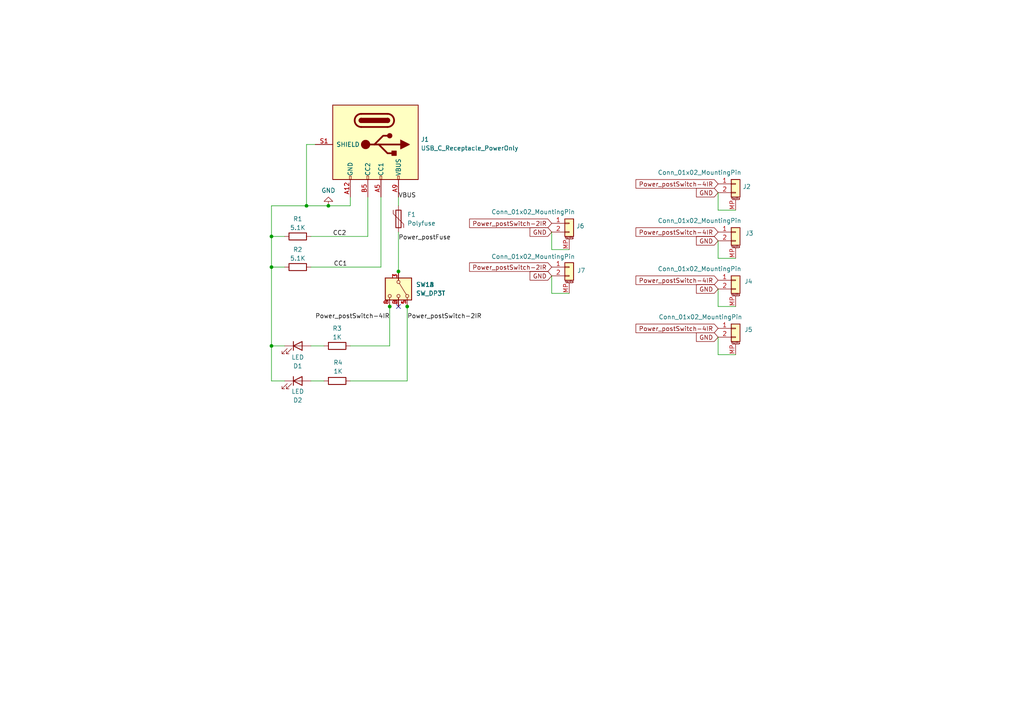
<source format=kicad_sch>
(kicad_sch (version 20231120) (generator "eeschema") (generator_version "8.0")
  (paper "A4")
  (lib_symbols
    (symbol "Connector_Generic_MountingPin:Conn_01x02_MountingPin" (pin_names (offset 1.016) hide)
      (property "Reference" "J" (at 0 2.54 0))
      (property "Value" "Conn_01x02_MountingPin" (at 1.27 -5.08 0))
      (symbol "Conn_01x02_MountingPin_1_1"
        (rectangle (start -1.27 -2.413) (end 0 -2.667) (stroke (width 0.1524)))
        (rectangle (start -1.27 0.127) (end 0 -0.127) (stroke (width 0.1524)))
        (rectangle (start -1.27 1.27) (end 1.27 -3.81) (stroke (width 0.254)) (fill (type background)))
        (polyline (pts (xy -1.016 -4.572) (xy 1.016 -4.572)) (stroke (width 0.1524)))
        (text "Mounting" (at 0 -4.191 0) (effects (font (size 0.381 0.381))))
        (pin passive line (at -5.08 0 0) (length 3.81) (name "Pin_1") (number "1"))
        (pin passive line (at -5.08 -2.54 0) (length 3.81) (name "Pin_2") (number "2"))
        (pin passive line (at 0 -7.62 90) (length 3.048) (name "MountPin") (number "MP"))
      )
    )
    (symbol "Device:LED" (pin_numbers hide) (pin_names (offset 1.016) hide)
      (property "Reference" "D" (at 0 2.54 0))
      (property "Value" "LED" (at 0 -2.54 0))
      (symbol "LED_0_1"
        (polyline (pts (xy -1.27 -1.27) (xy -1.27 1.27)) (stroke (width 0.254)))
        (polyline (pts (xy -1.27 0) (xy 1.27 0)))
        (polyline (pts (xy 1.27 -1.27) (xy 1.27 1.27) (xy -1.27 0) (xy 1.27 -1.27)) (stroke (width 0.254)))
        (polyline (pts (xy -3.048 -0.762) (xy -4.572 -2.286) (xy -3.81 -2.286) (xy -4.572 -2.286) (xy -4.572 -1.524)))
        (polyline (pts (xy -1.778 -0.762) (xy -3.302 -2.286) (xy -2.54 -2.286) (xy -3.302 -2.286) (xy -3.302 -1.524)))
      )
      (symbol "LED_1_1"
        (pin passive line (at -3.81 0 0) (length 2.54) (name "K") (number "1"))
        (pin passive line (at 3.81 0 180) (length 2.54) (name "A") (number "2"))
      )
    )
    (symbol "Device:Polyfuse" (pin_numbers hide) (pin_names (offset 0))
      (property "Reference" "F" (at -2.54 0 90))
      (property "Value" "Polyfuse" (at 2.54 0 90))
      (symbol "Polyfuse_0_1"
        (rectangle (start -0.762 2.54) (end 0.762 -2.54) (stroke (width 0.254)))
        (polyline (pts (xy 0 2.54) (xy 0 -2.54)))
        (polyline (pts (xy -1.524 2.54) (xy -1.524 1.524) (xy 1.524 -1.524) (xy 1.524 -2.54)))
      )
      (symbol "Polyfuse_1_1"
        (pin passive line (at 0 3.81 270) (length 1.27) (name "~") (number "1"))
        (pin passive line (at 0 -3.81 90) (length 1.27) (name "~") (number "2"))
      )
    )
    (symbol "Device:R" (pin_numbers hide) (pin_names (offset 0))
      (property "Reference" "R" (at 2.032 0 90))
      (property "Value" "R" (at 0 0 90))
      (symbol "R_0_1"
        (rectangle (start -1.016 -2.54) (end 1.016 2.54) (stroke (width 0.254)))
      )
      (symbol "R_1_1"
        (pin passive line (at 0 3.81 270) (length 1.27) (name "~") (number "1"))
        (pin passive line (at 0 -3.81 90) (length 1.27) (name "~") (number "2"))
      )
    )
    (symbol "Switch:SW_DP3T" (pin_names (offset 0) hide)
      (property "Reference" "SW" (at 0 5.08 0))
      (property "Value" "SW_DP3T" (at 0 -5.08 0))
      (symbol "SW_DP3T_0_1"
        (rectangle (start -3.175 3.81) (end 3.175 -3.81) (stroke (width 0.254)) (fill (type background)))
        (circle (center -2.032 0) (radius 0.4572))
        (polyline (pts (xy -1.651 0.254) (xy 1.651 2.286)))
        (circle (center 2.032 -2.54) (radius 0.4572))
        (circle (center 2.032 0) (radius 0.4572))
        (circle (center 2.032 2.54) (radius 0.4572))
      )
      (symbol "SW_DP3T_1_1"
        (pin passive line (at 5.08 2.54 180) (length 2.54) (name "1") (number "1"))
        (pin passive line (at 5.08 0 180) (length 2.54) (name "2") (number "2"))
        (pin passive line (at -5.08 0 0) (length 2.54) (name "3") (number "3"))
        (pin passive line (at 5.08 -2.54 180) (length 2.54) (name "4") (number "4"))
      )
      (symbol "SW_DP3T_2_1"
        (pin passive line (at 5.08 2.54 180) (length 2.54) (name "5") (number "5"))
        (pin passive line (at 5.08 0 180) (length 2.54) (name "6") (number "6"))
        (pin passive line (at -5.08 0 0) (length 2.54) (name "7") (number "7"))
        (pin passive line (at 5.08 -2.54 180) (length 2.54) (name "8") (number "8"))
      )
    )
    (symbol "power:GND" (power) (pin_numbers hide) (pin_names (offset 0) hide)
      (property "Value" "GND" (at 0 -3.81 0))
      (symbol "GND_0_1"
        (polyline (pts (xy 0 0) (xy 0 -1.27) (xy 1.27 -1.27) (xy 0 -2.54) (xy -1.27 -1.27) (xy 0 -1.27)))
      )
      (symbol "GND_1_1"
        (pin power_in line (at 0 0 270) (length 0) (name "~") (number "1"))
      )
    )
    (symbol "sensorstrip:USB_C_Receptacle_PowerOnly" (pin_names (offset 1.016))
      (property "Reference" "J" (at -13.335 15.875 0))
      (property "Value" "USB_C_Receptacle_PowerOnly" (at 13.97 19.685 0))
      (symbol "USB_C_Receptacle_PowerOnly_0_0"
        (rectangle (start 9.1111 2.7932) (end 10.1271 2.2852))
        (rectangle (start 9.1268 6.5868) (end 10.1428 6.0788))
        (rectangle (start 9.144 11.684) (end 10.16 11.176))
        (rectangle (start 9.1479 -2.282) (end 10.1639 -2.79))
      )
      (symbol "USB_C_Receptacle_PowerOnly_0_1"
        (rectangle (start -11.43 17.145) (end 10.16 -7.62) (stroke (width 0.254)) (fill (type background)))
        (arc (start -8.89 0.635) (mid -6.985 -1.2617) (end -5.08 0.635) (stroke (width 0.508)))
        (arc (start -7.62 0.635) (mid -6.985 0.0027) (end -6.35 0.635) (stroke (width 0.254)))
        (arc (start -7.62 0.635) (mid -6.985 0.0027) (end -6.35 0.635) (stroke (width 0.254)) (fill (type outline)))
        (rectangle (start -7.62 0.635) (end -6.35 8.255) (stroke (width 0.254)) (fill (type outline)))
        (arc (start -6.35 8.255) (mid -6.985 8.8873) (end -7.62 8.255) (stroke (width 0.254)))
        (arc (start -6.35 8.255) (mid -6.985 8.8873) (end -7.62 8.255) (stroke (width 0.254)) (fill (type outline)))
        (arc (start -5.08 8.255) (mid -6.985 10.1517) (end -8.89 8.255) (stroke (width 0.508)))
        (circle (center -2.54 8.89) (radius 0.635) (stroke (width 0.254)) (fill (type outline)))
        (polyline (pts (xy -8.89 0.635) (xy -8.89 8.255)) (stroke (width 0.508)))
        (polyline (pts (xy -5.08 8.255) (xy -5.08 0.635)) (stroke (width 0.508)))
        (polyline (pts (xy 0 1.905) (xy 0 12.065)) (stroke (width 0.508)))
        (polyline (pts (xy 0 4.445) (xy -2.54 6.985) (xy -2.54 8.255)) (stroke (width 0.508)))
        (polyline (pts (xy 0 5.715) (xy 2.54 8.255) (xy 2.54 9.525)) (stroke (width 0.508)))
        (polyline (pts (xy -1.27 12.065) (xy 0 14.605) (xy 1.27 12.065) (xy -1.27 12.065)) (stroke (width 0.254)) (fill (type outline)))
        (circle (center 0 1.905) (radius 1.27) (fill (type outline)))
        (rectangle (start 1.905 9.525) (end 3.175 10.795) (stroke (width 0.254)) (fill (type outline)))
      )
      (symbol "USB_C_Receptacle_PowerOnly_1_1"
        (pin power_out line (at 15.24 -2.54 180) (length 5.08) (name "GND") (number "A12"))
        (pin bidirectional line (at 15.24 6.35 180) (length 5.08) (name "CC1") (number "A5"))
        (pin power_out line (at 15.24 11.43 180) (length 5.08) (name "VBUS") (number "A9"))
        (pin passive line (at 15.24 -2.54 180) (length 5.08) hide (name "GND") (number "B12"))
        (pin bidirectional line (at 15.24 2.54 180) (length 5.08) (name "CC2") (number "B5"))
        (pin passive line (at 15.24 11.43 180) (length 5.08) hide (name "VBUS") (number "B9"))
        (pin passive line (at 0 -12.7 90) (length 5.08) (name "SHIELD") (number "S1"))
      )
    )
  )
  (junction (at 78.74 77.47))
  (junction (at 95.25 59.69))
  (junction (at 115.57 78.74))
  (junction (at 113.03 88.9))
  (junction (at 88.9 59.69))
  (junction (at 78.74 68.58))
  (junction (at 118.11 88.9))
  (junction (at 78.74 100.33))
  (no_connect (at 115.57 88.9))
  (wire (pts (xy 82.55 110.49) (xy 78.74 110.49)))
  (wire (pts (xy 101.6 59.69) (xy 101.6 57.15)))
  (wire (pts (xy 118.11 110.49) (xy 101.6 110.49)))
  (wire (pts (xy 213.36 74.93) (xy 208.28 74.93)))
  (wire (pts (xy 88.9 41.91) (xy 88.9 59.69)))
  (wire (pts (xy 208.28 60.96) (xy 208.28 55.88)))
  (wire (pts (xy 78.74 77.47) (xy 78.74 100.33)))
  (wire (pts (xy 213.36 88.9) (xy 208.28 88.9)))
  (wire (pts (xy 93.98 100.33) (xy 90.17 100.33)))
  (wire (pts (xy 208.28 88.9) (xy 208.28 83.82)))
  (wire (pts (xy 82.55 77.47) (xy 78.74 77.47)))
  (wire (pts (xy 160.02 72.39) (xy 160.02 67.31)))
  (wire (pts (xy 115.57 57.15) (xy 115.57 59.69)))
  (wire (pts (xy 91.44 41.91) (xy 88.9 41.91)))
  (wire (pts (xy 118.11 88.9) (xy 118.11 110.49)))
  (wire (pts (xy 113.03 88.9) (xy 113.03 100.33)))
  (wire (pts (xy 78.74 68.58) (xy 78.74 77.47)))
  (wire (pts (xy 213.36 60.96) (xy 208.28 60.96)))
  (wire (pts (xy 95.25 59.69) (xy 101.6 59.69)))
  (wire (pts (xy 93.98 110.49) (xy 90.17 110.49)))
  (wire (pts (xy 165.1 85.09) (xy 160.02 85.09)))
  (wire (pts (xy 113.03 100.33) (xy 101.6 100.33)))
  (wire (pts (xy 165.1 72.39) (xy 160.02 72.39)))
  (wire (pts (xy 78.74 100.33) (xy 78.74 110.49)))
  (wire (pts (xy 208.28 74.93) (xy 208.28 69.85)))
  (wire (pts (xy 78.74 59.69) (xy 88.9 59.69)))
  (wire (pts (xy 82.55 100.33) (xy 78.74 100.33)))
  (wire (pts (xy 208.28 102.87) (xy 208.28 97.79)))
  (wire (pts (xy 115.57 67.31) (xy 115.57 78.74)))
  (wire (pts (xy 106.68 57.15) (xy 106.68 68.58)))
  (wire (pts (xy 160.02 85.09) (xy 160.02 80.01)))
  (wire (pts (xy 110.49 77.47) (xy 90.17 77.47)))
  (wire (pts (xy 213.36 102.87) (xy 208.28 102.87)))
  (wire (pts (xy 82.55 68.58) (xy 78.74 68.58)))
  (wire (pts (xy 110.49 57.15) (xy 110.49 77.47)))
  (wire (pts (xy 88.9 59.69) (xy 95.25 59.69)))
  (wire (pts (xy 106.68 68.58) (xy 90.17 68.58)))
  (wire (pts (xy 78.74 68.58) (xy 78.74 59.69)))
  (label "CC1" (at 96.774 77.47 0))
  (label "Power_postSwitch-2IR" (at 118.11 92.71 0))
  (label "VBUS" (at 115.57 57.658 0))
  (label "CC2" (at 96.52 68.58 0))
  (label "Power_postSwitch-4IR" (at 113.03 92.71 180))
  (label "Power_postFuse" (at 115.57 69.85 0))
  (global_label "Power_postSwitch-4IR" (shape input) (at 208.28 53.34 180) (property "Intersheetrefs" "${INTERSHEET_REFS}" (effects (hide yes))))
  (global_label "GND" (shape input) (at 160.02 80.01 180) (property "Intersheetrefs" "${INTERSHEET_REFS}" (effects (hide yes))))
  (global_label "GND" (shape input) (at 208.28 55.88 180) (property "Intersheetrefs" "${INTERSHEET_REFS}" (effects (hide yes))))
  (global_label "Power_postSwitch-4IR" (shape input) (at 208.28 95.25 180) (property "Intersheetrefs" "${INTERSHEET_REFS}" (effects (hide yes))))
  (global_label "GND" (shape input) (at 208.28 97.79 180) (property "Intersheetrefs" "${INTERSHEET_REFS}" (effects (hide yes))))
  (global_label "GND" (shape input) (at 208.28 69.85 180) (property "Intersheetrefs" "${INTERSHEET_REFS}" (effects (hide yes))))
  (global_label "Power_postSwitch-4IR" (shape input) (at 208.28 81.28 180) (property "Intersheetrefs" "${INTERSHEET_REFS}" (effects (hide yes))))
  (global_label "Power_postSwitch-4IR" (shape input) (at 208.28 67.31 180) (property "Intersheetrefs" "${INTERSHEET_REFS}" (effects (hide yes))))
  (global_label "GND" (shape input) (at 208.28 83.82 180) (property "Intersheetrefs" "${INTERSHEET_REFS}" (effects (hide yes))))
  (global_label "GND" (shape input) (at 160.02 67.31 180) (property "Intersheetrefs" "${INTERSHEET_REFS}" (effects (hide yes))))
  (global_label "Power_postSwitch-2IR" (shape input) (at 160.02 64.77 180) (property "Intersheetrefs" "${INTERSHEET_REFS}" (effects (hide yes))))
  (global_label "Power_postSwitch-2IR" (shape input) (at 160.02 77.47 180) (property "Intersheetrefs" "${INTERSHEET_REFS}" (effects (hide yes))))
  (symbol (lib_id "Connector_Generic_MountingPin:Conn_01x02_MountingPin") (at 165.1 64.77 0) (unit 1)
    (property "Reference" "J6" (at 167.132 65.5609 0) (effects (justify left)))
    (property "Value" "Conn_01x02_MountingPin" (at 142.494 61.468 0) (effects (justify left)))
    (property "Footprint" "sensorstrip:Molex_Picoblade_53261-0271-Hybrid" (effects (hide yes)))
  )
  (symbol (lib_id "Connector_Generic_MountingPin:Conn_01x02_MountingPin") (at 213.36 53.34 0) (unit 1)
    (property "Reference" "J2" (at 215.392 54.1309 0) (effects (justify left)))
    (property "Value" "Conn_01x02_MountingPin" (at 190.754 50.038 0) (effects (justify left)))
    (property "Footprint" "sensorstrip:Molex_Picoblade_53261-0271-Hybrid" (effects (hide yes)))
  )
  (symbol (lib_id "Device:R") (at 86.36 68.58 90) (unit 1)
    (property "Reference" "R1" (at 86.36 63.5 90))
    (property "Value" "5.1K" (at 86.36 66.04 90))
    (property "Footprint" "Resistor_SMD:R_0603_1608Metric_Pad0.98x0.95mm_HandSolder" (effects (hide yes)))
  )
  (symbol (lib_id "Device:Polyfuse") (at 115.57 63.5 0) (unit 1)
    (property "Reference" "F1" (at 118.11 62.2299 0) (effects (justify left)))
    (property "Value" "Polyfuse" (at 118.11 64.7699 0) (effects (justify left)))
    (property "Footprint" "Fuse:Fuse_0805_2012Metric_Pad1.15x1.40mm_HandSolder" (effects (hide yes)))
  )
  (symbol (lib_id "power:GND") (at 95.25 59.69 180) (unit 1)
    (property "Reference" "#PWR01" (effects (hide yes)))
    (property "Value" "GND" (at 95.25 55.2466 0))
    (property "Description" "Power symbol creates a global label with name \"GND\" , ground" (effects (hide yes)))
  )
  (symbol (lib_id "Device:LED") (at 86.36 100.33 0) (unit 1)
    (property "Reference" "D1" (at 86.36 106.172 0))
    (property "Value" "LED" (at 86.36 103.632 0))
    (property "Footprint" "LED_SMD:LED_0603_1608Metric_Pad1.05x0.95mm_HandSolder" (effects (hide yes)))
    (property "Description" "Light emitting diode" (effects (hide yes)))
  )
  (symbol (lib_id "Connector_Generic_MountingPin:Conn_01x02_MountingPin") (at 213.36 67.31 0) (unit 1)
    (property "Reference" "J3" (at 216.154 67.6655 0) (effects (justify left)))
    (property "Value" "Conn_01x02_MountingPin" (at 190.754 64.008 0) (effects (justify left)))
    (property "Footprint" "sensorstrip:Molex_Picoblade_53261-0271-Hybrid" (effects (hide yes)))
  )
  (symbol (lib_id "Connector_Generic_MountingPin:Conn_01x02_MountingPin") (at 213.36 81.28 0) (unit 1)
    (property "Reference" "J4" (at 215.9 81.6355 0) (effects (justify left)))
    (property "Value" "Conn_01x02_MountingPin" (at 190.754 77.978 0) (effects (justify left)))
    (property "Footprint" "sensorstrip:Molex_Picoblade_53261-0271-Hybrid" (effects (hide yes)))
  )
  (symbol (lib_id "Device:R") (at 97.79 110.49 90) (unit 1)
    (property "Reference" "R4" (at 98.044 105.156 90))
    (property "Value" "1K" (at 98.044 107.696 90))
    (property "Footprint" "Resistor_SMD:R_0603_1608Metric_Pad0.98x0.95mm_HandSolder" (effects (hide yes)))
  )
  (symbol (lib_id "Switch:SW_DP3T") (at 115.57 83.82 270) (unit 1)
    (property "Reference" "SW1" (at 120.65 82.5499 90) (effects (justify left)))
    (property "Value" "SW_DP3T" (at 120.65 85.0899 90) (effects (justify left)))
    (property "Footprint" "sensorstrip:K3-2336S-F1" (effects (hide yes)))
    (property "Description" "Switch, three position, dual pole triple throw, 3 position switch, SP3T" (effects (hide yes)))
  )
  (symbol (lib_id "Connector_Generic_MountingPin:Conn_01x02_MountingPin") (at 213.36 95.25 0) (unit 1)
    (property "Reference" "J5" (at 215.9 95.6055 0) (effects (justify left)))
    (property "Value" "Conn_01x02_MountingPin" (at 191.008 91.948 0) (effects (justify left)))
    (property "Footprint" "sensorstrip:Molex_Picoblade_53261-0271-Hybrid" (effects (hide yes)))
  )
  (symbol (lib_id "Device:R") (at 97.79 100.33 90) (unit 1)
    (property "Reference" "R3" (at 97.79 95.25 90))
    (property "Value" "1K" (at 97.79 97.79 90))
    (property "Footprint" "Resistor_SMD:R_0603_1608Metric_Pad0.98x0.95mm_HandSolder" (effects (hide yes)))
  )
  (symbol (lib_id "sensorstrip:USB_C_Receptacle_PowerOnly") (at 104.14 41.91 270) (unit 1)
    (property "Reference" "J1" (at 122.047 40.4403 90) (effects (justify left)))
    (property "Value" "USB_C_Receptacle_PowerOnly" (at 122.047 42.9772 90) (effects (justify left)))
    (property "Footprint" "sensorstrip:DEALON USB Type-C 6Pin" (effects (hide yes)))
    (property "Datasheet" "https://www.usb.org/sites/default/files/documents/usb_type-c.zip" (effects (hide yes)))
  )
  (symbol (lib_id "Switch:SW_DP3T") (at 115.57 83.82 270) (unit 2)
    (property "Reference" "SW1" (at 120.65 82.5499 90) (effects (justify left)))
    (property "Value" "SW_DP3T" (at 120.65 85.0899 90) (effects (justify left)))
    (property "Footprint" "sensorstrip:K3-2336S-F1" (effects (hide yes)))
    (property "Description" "Switch, three position, dual pole triple throw, 3 position switch, SP3T" (effects (hide yes)))
  )
  (symbol (lib_id "Device:LED") (at 86.36 110.49 0) (unit 1)
    (property "Reference" "D2" (at 86.36 116.078 0))
    (property "Value" "LED" (at 86.36 113.538 0))
    (property "Footprint" "LED_SMD:LED_0603_1608Metric_Pad1.05x0.95mm_HandSolder" (effects (hide yes)))
    (property "Description" "Light emitting diode" (effects (hide yes)))
  )
  (symbol (lib_id "Connector_Generic_MountingPin:Conn_01x02_MountingPin") (at 165.1 77.47 0) (unit 1)
    (property "Reference" "J7" (at 167.386 78.4606 0) (effects (justify left)))
    (property "Value" "Conn_01x02_MountingPin" (at 142.494 74.422 0) (effects (justify left)))
    (property "Footprint" "sensorstrip:Molex_Picoblade_53261-0271-Hybrid" (effects (hide yes)))
  )
  (symbol (lib_id "Device:R") (at 86.36 77.47 90) (unit 1)
    (property "Reference" "R2" (at 86.36 72.39 90))
    (property "Value" "5.1K" (at 86.36 74.93 90))
    (property "Footprint" "Resistor_SMD:R_0603_1608Metric_Pad0.98x0.95mm_HandSolder" (effects (hide yes)))
  )
)
</source>
